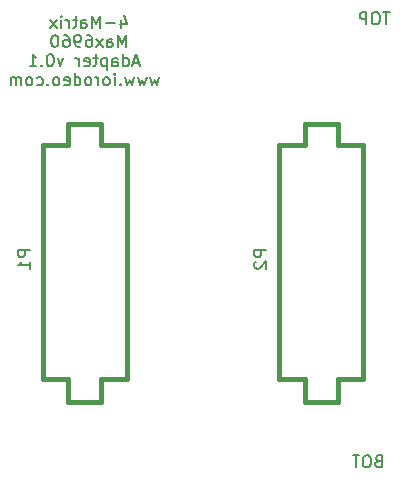
<source format=gbo>
G04 (created by PCBNEW (2013-mar-13)-testing) date Mon 26 Aug 2013 08:21:07 AM PDT*
%MOIN*%
G04 Gerber Fmt 3.4, Leading zero omitted, Abs format*
%FSLAX34Y34*%
G01*
G70*
G90*
G04 APERTURE LIST*
%ADD10C,0.005906*%
%ADD11C,0.008000*%
%ADD12C,0.015000*%
G04 APERTURE END LIST*
G54D10*
G54D11*
X24838Y-20104D02*
X24838Y-20370D01*
X24933Y-19951D02*
X25029Y-20237D01*
X24781Y-20237D01*
X24629Y-20218D02*
X24324Y-20218D01*
X24133Y-20370D02*
X24133Y-19970D01*
X24000Y-20256D01*
X23867Y-19970D01*
X23867Y-20370D01*
X23505Y-20370D02*
X23505Y-20161D01*
X23524Y-20123D01*
X23562Y-20104D01*
X23638Y-20104D01*
X23676Y-20123D01*
X23505Y-20351D02*
X23543Y-20370D01*
X23638Y-20370D01*
X23676Y-20351D01*
X23695Y-20313D01*
X23695Y-20275D01*
X23676Y-20237D01*
X23638Y-20218D01*
X23543Y-20218D01*
X23505Y-20199D01*
X23371Y-20104D02*
X23219Y-20104D01*
X23314Y-19970D02*
X23314Y-20313D01*
X23295Y-20351D01*
X23257Y-20370D01*
X23219Y-20370D01*
X23086Y-20370D02*
X23086Y-20104D01*
X23086Y-20180D02*
X23067Y-20142D01*
X23048Y-20123D01*
X23009Y-20104D01*
X22971Y-20104D01*
X22838Y-20370D02*
X22838Y-20104D01*
X22838Y-19970D02*
X22857Y-19990D01*
X22838Y-20009D01*
X22819Y-19990D01*
X22838Y-19970D01*
X22838Y-20009D01*
X22686Y-20370D02*
X22476Y-20104D01*
X22686Y-20104D02*
X22476Y-20370D01*
X25000Y-21010D02*
X25000Y-20610D01*
X24867Y-20896D01*
X24733Y-20610D01*
X24733Y-21010D01*
X24371Y-21010D02*
X24371Y-20801D01*
X24390Y-20763D01*
X24429Y-20744D01*
X24505Y-20744D01*
X24543Y-20763D01*
X24371Y-20991D02*
X24410Y-21010D01*
X24505Y-21010D01*
X24543Y-20991D01*
X24562Y-20953D01*
X24562Y-20915D01*
X24543Y-20877D01*
X24505Y-20858D01*
X24410Y-20858D01*
X24371Y-20839D01*
X24219Y-21010D02*
X24010Y-20744D01*
X24219Y-20744D02*
X24010Y-21010D01*
X23686Y-20610D02*
X23762Y-20610D01*
X23800Y-20630D01*
X23819Y-20649D01*
X23857Y-20706D01*
X23876Y-20782D01*
X23876Y-20934D01*
X23857Y-20972D01*
X23838Y-20991D01*
X23800Y-21010D01*
X23724Y-21010D01*
X23686Y-20991D01*
X23667Y-20972D01*
X23648Y-20934D01*
X23648Y-20839D01*
X23667Y-20801D01*
X23686Y-20782D01*
X23724Y-20763D01*
X23800Y-20763D01*
X23838Y-20782D01*
X23857Y-20801D01*
X23876Y-20839D01*
X23457Y-21010D02*
X23381Y-21010D01*
X23343Y-20991D01*
X23324Y-20972D01*
X23286Y-20915D01*
X23267Y-20839D01*
X23267Y-20687D01*
X23286Y-20649D01*
X23305Y-20630D01*
X23343Y-20610D01*
X23419Y-20610D01*
X23457Y-20630D01*
X23476Y-20649D01*
X23495Y-20687D01*
X23495Y-20782D01*
X23476Y-20820D01*
X23457Y-20839D01*
X23419Y-20858D01*
X23343Y-20858D01*
X23305Y-20839D01*
X23286Y-20820D01*
X23267Y-20782D01*
X22924Y-20610D02*
X23000Y-20610D01*
X23038Y-20630D01*
X23057Y-20649D01*
X23095Y-20706D01*
X23114Y-20782D01*
X23114Y-20934D01*
X23095Y-20972D01*
X23076Y-20991D01*
X23038Y-21010D01*
X22962Y-21010D01*
X22924Y-20991D01*
X22905Y-20972D01*
X22886Y-20934D01*
X22886Y-20839D01*
X22905Y-20801D01*
X22924Y-20782D01*
X22962Y-20763D01*
X23038Y-20763D01*
X23076Y-20782D01*
X23095Y-20801D01*
X23114Y-20839D01*
X22638Y-20610D02*
X22600Y-20610D01*
X22562Y-20630D01*
X22543Y-20649D01*
X22524Y-20687D01*
X22505Y-20763D01*
X22505Y-20858D01*
X22524Y-20934D01*
X22543Y-20972D01*
X22562Y-20991D01*
X22600Y-21010D01*
X22638Y-21010D01*
X22676Y-20991D01*
X22695Y-20972D01*
X22714Y-20934D01*
X22733Y-20858D01*
X22733Y-20763D01*
X22714Y-20687D01*
X22695Y-20649D01*
X22676Y-20630D01*
X22638Y-20610D01*
X25438Y-21536D02*
X25248Y-21536D01*
X25476Y-21650D02*
X25343Y-21250D01*
X25209Y-21650D01*
X24905Y-21650D02*
X24905Y-21250D01*
X24905Y-21631D02*
X24943Y-21650D01*
X25019Y-21650D01*
X25057Y-21631D01*
X25076Y-21612D01*
X25095Y-21574D01*
X25095Y-21460D01*
X25076Y-21422D01*
X25057Y-21403D01*
X25019Y-21384D01*
X24943Y-21384D01*
X24905Y-21403D01*
X24543Y-21650D02*
X24543Y-21441D01*
X24562Y-21403D01*
X24600Y-21384D01*
X24676Y-21384D01*
X24714Y-21403D01*
X24543Y-21631D02*
X24581Y-21650D01*
X24676Y-21650D01*
X24714Y-21631D01*
X24733Y-21593D01*
X24733Y-21555D01*
X24714Y-21517D01*
X24676Y-21498D01*
X24581Y-21498D01*
X24543Y-21479D01*
X24352Y-21384D02*
X24352Y-21784D01*
X24352Y-21403D02*
X24314Y-21384D01*
X24238Y-21384D01*
X24200Y-21403D01*
X24181Y-21422D01*
X24162Y-21460D01*
X24162Y-21574D01*
X24181Y-21612D01*
X24200Y-21631D01*
X24238Y-21650D01*
X24314Y-21650D01*
X24352Y-21631D01*
X24048Y-21384D02*
X23895Y-21384D01*
X23990Y-21250D02*
X23990Y-21593D01*
X23971Y-21631D01*
X23933Y-21650D01*
X23895Y-21650D01*
X23610Y-21631D02*
X23648Y-21650D01*
X23724Y-21650D01*
X23762Y-21631D01*
X23781Y-21593D01*
X23781Y-21441D01*
X23762Y-21403D01*
X23724Y-21384D01*
X23648Y-21384D01*
X23610Y-21403D01*
X23590Y-21441D01*
X23590Y-21479D01*
X23781Y-21517D01*
X23419Y-21650D02*
X23419Y-21384D01*
X23419Y-21460D02*
X23400Y-21422D01*
X23381Y-21403D01*
X23343Y-21384D01*
X23305Y-21384D01*
X22905Y-21384D02*
X22810Y-21650D01*
X22714Y-21384D01*
X22486Y-21250D02*
X22448Y-21250D01*
X22410Y-21270D01*
X22390Y-21289D01*
X22371Y-21327D01*
X22352Y-21403D01*
X22352Y-21498D01*
X22371Y-21574D01*
X22390Y-21612D01*
X22410Y-21631D01*
X22448Y-21650D01*
X22486Y-21650D01*
X22524Y-21631D01*
X22543Y-21612D01*
X22562Y-21574D01*
X22581Y-21498D01*
X22581Y-21403D01*
X22562Y-21327D01*
X22543Y-21289D01*
X22524Y-21270D01*
X22486Y-21250D01*
X22181Y-21612D02*
X22162Y-21631D01*
X22181Y-21650D01*
X22200Y-21631D01*
X22181Y-21612D01*
X22181Y-21650D01*
X21781Y-21650D02*
X22010Y-21650D01*
X21895Y-21650D02*
X21895Y-21250D01*
X21933Y-21308D01*
X21971Y-21346D01*
X22010Y-21365D01*
X26105Y-22024D02*
X26029Y-22290D01*
X25952Y-22100D01*
X25876Y-22290D01*
X25800Y-22024D01*
X25686Y-22024D02*
X25610Y-22290D01*
X25533Y-22100D01*
X25457Y-22290D01*
X25381Y-22024D01*
X25267Y-22024D02*
X25190Y-22290D01*
X25114Y-22100D01*
X25038Y-22290D01*
X24962Y-22024D01*
X24810Y-22252D02*
X24790Y-22271D01*
X24810Y-22290D01*
X24829Y-22271D01*
X24810Y-22252D01*
X24810Y-22290D01*
X24619Y-22290D02*
X24619Y-22024D01*
X24619Y-21890D02*
X24638Y-21910D01*
X24619Y-21929D01*
X24600Y-21910D01*
X24619Y-21890D01*
X24619Y-21929D01*
X24371Y-22290D02*
X24409Y-22271D01*
X24429Y-22252D01*
X24448Y-22214D01*
X24448Y-22100D01*
X24429Y-22062D01*
X24409Y-22043D01*
X24371Y-22024D01*
X24314Y-22024D01*
X24276Y-22043D01*
X24257Y-22062D01*
X24238Y-22100D01*
X24238Y-22214D01*
X24257Y-22252D01*
X24276Y-22271D01*
X24314Y-22290D01*
X24371Y-22290D01*
X24067Y-22290D02*
X24067Y-22024D01*
X24067Y-22100D02*
X24048Y-22062D01*
X24029Y-22043D01*
X23990Y-22024D01*
X23952Y-22024D01*
X23762Y-22290D02*
X23800Y-22271D01*
X23819Y-22252D01*
X23838Y-22214D01*
X23838Y-22100D01*
X23819Y-22062D01*
X23800Y-22043D01*
X23762Y-22024D01*
X23705Y-22024D01*
X23667Y-22043D01*
X23648Y-22062D01*
X23629Y-22100D01*
X23629Y-22214D01*
X23648Y-22252D01*
X23667Y-22271D01*
X23705Y-22290D01*
X23762Y-22290D01*
X23286Y-22290D02*
X23286Y-21890D01*
X23286Y-22271D02*
X23324Y-22290D01*
X23400Y-22290D01*
X23438Y-22271D01*
X23457Y-22252D01*
X23476Y-22214D01*
X23476Y-22100D01*
X23457Y-22062D01*
X23438Y-22043D01*
X23400Y-22024D01*
X23324Y-22024D01*
X23286Y-22043D01*
X22943Y-22271D02*
X22981Y-22290D01*
X23057Y-22290D01*
X23095Y-22271D01*
X23114Y-22233D01*
X23114Y-22081D01*
X23095Y-22043D01*
X23057Y-22024D01*
X22981Y-22024D01*
X22943Y-22043D01*
X22924Y-22081D01*
X22924Y-22119D01*
X23114Y-22157D01*
X22695Y-22290D02*
X22733Y-22271D01*
X22752Y-22252D01*
X22771Y-22214D01*
X22771Y-22100D01*
X22752Y-22062D01*
X22733Y-22043D01*
X22695Y-22024D01*
X22638Y-22024D01*
X22600Y-22043D01*
X22581Y-22062D01*
X22562Y-22100D01*
X22562Y-22214D01*
X22581Y-22252D01*
X22600Y-22271D01*
X22638Y-22290D01*
X22695Y-22290D01*
X22390Y-22252D02*
X22371Y-22271D01*
X22390Y-22290D01*
X22410Y-22271D01*
X22390Y-22252D01*
X22390Y-22290D01*
X22029Y-22271D02*
X22067Y-22290D01*
X22143Y-22290D01*
X22181Y-22271D01*
X22200Y-22252D01*
X22219Y-22214D01*
X22219Y-22100D01*
X22200Y-22062D01*
X22181Y-22043D01*
X22143Y-22024D01*
X22067Y-22024D01*
X22029Y-22043D01*
X21800Y-22290D02*
X21838Y-22271D01*
X21857Y-22252D01*
X21876Y-22214D01*
X21876Y-22100D01*
X21857Y-22062D01*
X21838Y-22043D01*
X21800Y-22024D01*
X21743Y-22024D01*
X21705Y-22043D01*
X21686Y-22062D01*
X21667Y-22100D01*
X21667Y-22214D01*
X21686Y-22252D01*
X21705Y-22271D01*
X21743Y-22290D01*
X21800Y-22290D01*
X21495Y-22290D02*
X21495Y-22024D01*
X21495Y-22062D02*
X21476Y-22043D01*
X21438Y-22024D01*
X21381Y-22024D01*
X21343Y-22043D01*
X21324Y-22081D01*
X21324Y-22290D01*
X21324Y-22081D02*
X21305Y-22043D01*
X21267Y-22024D01*
X21210Y-22024D01*
X21171Y-22043D01*
X21152Y-22081D01*
X21152Y-22290D01*
X33404Y-34813D02*
X33347Y-34832D01*
X33328Y-34852D01*
X33308Y-34890D01*
X33308Y-34947D01*
X33328Y-34985D01*
X33347Y-35004D01*
X33385Y-35023D01*
X33537Y-35023D01*
X33537Y-34623D01*
X33404Y-34623D01*
X33366Y-34642D01*
X33347Y-34661D01*
X33328Y-34699D01*
X33328Y-34737D01*
X33347Y-34775D01*
X33366Y-34794D01*
X33404Y-34813D01*
X33537Y-34813D01*
X33061Y-34623D02*
X32985Y-34623D01*
X32947Y-34642D01*
X32908Y-34680D01*
X32889Y-34756D01*
X32889Y-34890D01*
X32908Y-34966D01*
X32947Y-35004D01*
X32985Y-35023D01*
X33061Y-35023D01*
X33099Y-35004D01*
X33137Y-34966D01*
X33156Y-34890D01*
X33156Y-34756D01*
X33137Y-34680D01*
X33099Y-34642D01*
X33061Y-34623D01*
X32775Y-34623D02*
X32547Y-34623D01*
X32661Y-35023D02*
X32661Y-34623D01*
X33791Y-19859D02*
X33562Y-19859D01*
X33677Y-20259D02*
X33677Y-19859D01*
X33353Y-19859D02*
X33277Y-19859D01*
X33239Y-19878D01*
X33201Y-19916D01*
X33182Y-19993D01*
X33182Y-20126D01*
X33201Y-20202D01*
X33239Y-20240D01*
X33277Y-20259D01*
X33353Y-20259D01*
X33391Y-20240D01*
X33429Y-20202D01*
X33448Y-20126D01*
X33448Y-19993D01*
X33429Y-19916D01*
X33391Y-19878D01*
X33353Y-19859D01*
X33010Y-20259D02*
X33010Y-19859D01*
X32858Y-19859D01*
X32820Y-19878D01*
X32801Y-19897D01*
X32782Y-19935D01*
X32782Y-19993D01*
X32801Y-20031D01*
X32820Y-20050D01*
X32858Y-20069D01*
X33010Y-20069D01*
G54D12*
X23072Y-32088D02*
X22222Y-32088D01*
X25022Y-32088D02*
X24172Y-32088D01*
X24172Y-32088D02*
X24172Y-32788D01*
X24172Y-32788D02*
X24172Y-32838D01*
X24172Y-32838D02*
X23122Y-32838D01*
X23122Y-32838D02*
X23072Y-32838D01*
X23072Y-32838D02*
X23072Y-32088D01*
X23072Y-24288D02*
X22222Y-24288D01*
X23122Y-23588D02*
X23072Y-23588D01*
X23072Y-23588D02*
X23072Y-24288D01*
X23172Y-23588D02*
X23122Y-23588D01*
X24172Y-24288D02*
X24172Y-23638D01*
X24172Y-23638D02*
X24172Y-23588D01*
X24172Y-23588D02*
X23172Y-23588D01*
X25022Y-24288D02*
X24172Y-24288D01*
X22222Y-32088D02*
X22222Y-24338D01*
X22222Y-24338D02*
X22222Y-24288D01*
X25022Y-24288D02*
X25022Y-32038D01*
X25022Y-32038D02*
X25022Y-32088D01*
X30946Y-32088D02*
X30096Y-32088D01*
X32896Y-32088D02*
X32046Y-32088D01*
X32046Y-32088D02*
X32046Y-32788D01*
X32046Y-32788D02*
X32046Y-32838D01*
X32046Y-32838D02*
X30996Y-32838D01*
X30996Y-32838D02*
X30946Y-32838D01*
X30946Y-32838D02*
X30946Y-32088D01*
X30946Y-24288D02*
X30096Y-24288D01*
X30996Y-23588D02*
X30946Y-23588D01*
X30946Y-23588D02*
X30946Y-24288D01*
X31046Y-23588D02*
X30996Y-23588D01*
X32046Y-24288D02*
X32046Y-23638D01*
X32046Y-23638D02*
X32046Y-23588D01*
X32046Y-23588D02*
X31046Y-23588D01*
X32896Y-24288D02*
X32046Y-24288D01*
X30096Y-32088D02*
X30096Y-24338D01*
X30096Y-24338D02*
X30096Y-24288D01*
X32896Y-24288D02*
X32896Y-32038D01*
X32896Y-32038D02*
X32896Y-32088D01*
G54D11*
X21802Y-27793D02*
X21402Y-27793D01*
X21402Y-27946D01*
X21422Y-27984D01*
X21441Y-28003D01*
X21479Y-28022D01*
X21536Y-28022D01*
X21574Y-28003D01*
X21593Y-27984D01*
X21612Y-27946D01*
X21612Y-27793D01*
X21802Y-28403D02*
X21802Y-28174D01*
X21802Y-28288D02*
X21402Y-28288D01*
X21460Y-28250D01*
X21498Y-28212D01*
X21517Y-28174D01*
X29677Y-27793D02*
X29277Y-27793D01*
X29277Y-27946D01*
X29296Y-27984D01*
X29315Y-28003D01*
X29353Y-28022D01*
X29410Y-28022D01*
X29448Y-28003D01*
X29467Y-27984D01*
X29486Y-27946D01*
X29486Y-27793D01*
X29315Y-28174D02*
X29296Y-28193D01*
X29277Y-28231D01*
X29277Y-28327D01*
X29296Y-28365D01*
X29315Y-28384D01*
X29353Y-28403D01*
X29391Y-28403D01*
X29448Y-28384D01*
X29677Y-28155D01*
X29677Y-28403D01*
M02*

</source>
